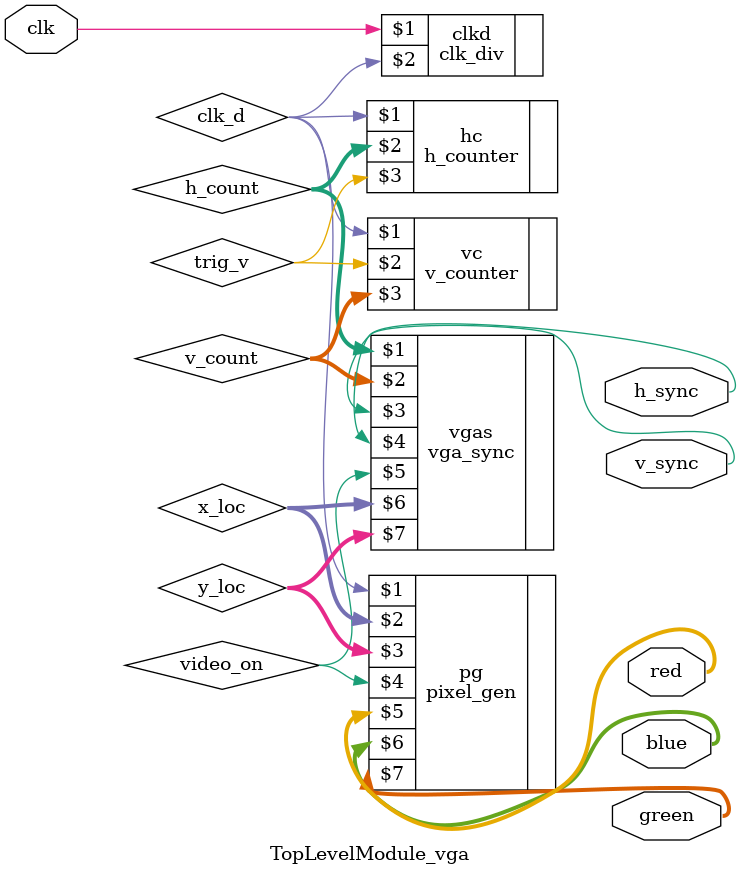
<source format=v>
`timescale 1ns / 1ps

module TopLevelModule_vga(
    input clk,
    output h_sync,
    output v_sync,
    output [3:0] red,
    output [3:0] green,
    output [3:0] blue
    );
    wire clk_d; wire trig_v; wire video_on;
    wire [9:0] h_count; wire [9:0] v_count; wire [9:0] x_loc; wire [9:0] y_loc;
    
    clk_div clkd(clk, clk_d);
    h_counter hc(clk_d, h_count, trig_v);
    v_counter vc(clk_d, trig_v, v_count);
    vga_sync vgas(h_count, v_count, h_sync, v_sync, video_on, x_loc, y_loc);
    pixel_gen pg(clk_d, x_loc, y_loc, video_on, red, blue, green);
    
endmodule

</source>
